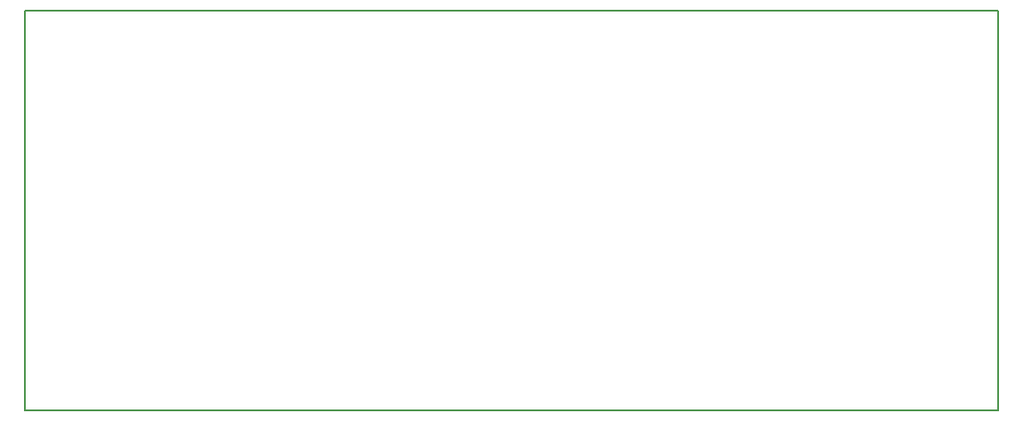
<source format=gm1>
G04 #@! TF.FileFunction,Profile,NP*
%FSLAX46Y46*%
G04 Gerber Fmt 4.6, Leading zero omitted, Abs format (unit mm)*
G04 Created by KiCad (PCBNEW 4.0.7) date Thursday, May 03, 2018 'PMt' 09:58:57 PM*
%MOMM*%
%LPD*%
G01*
G04 APERTURE LIST*
%ADD10C,0.100000*%
%ADD11C,0.150000*%
G04 APERTURE END LIST*
D10*
D11*
X200660000Y-77470000D02*
X200660000Y-115570000D01*
X107950000Y-77470000D02*
X200660000Y-77470000D01*
X107950000Y-115570000D02*
X107950000Y-77470000D01*
X200660000Y-115570000D02*
X107950000Y-115570000D01*
M02*

</source>
